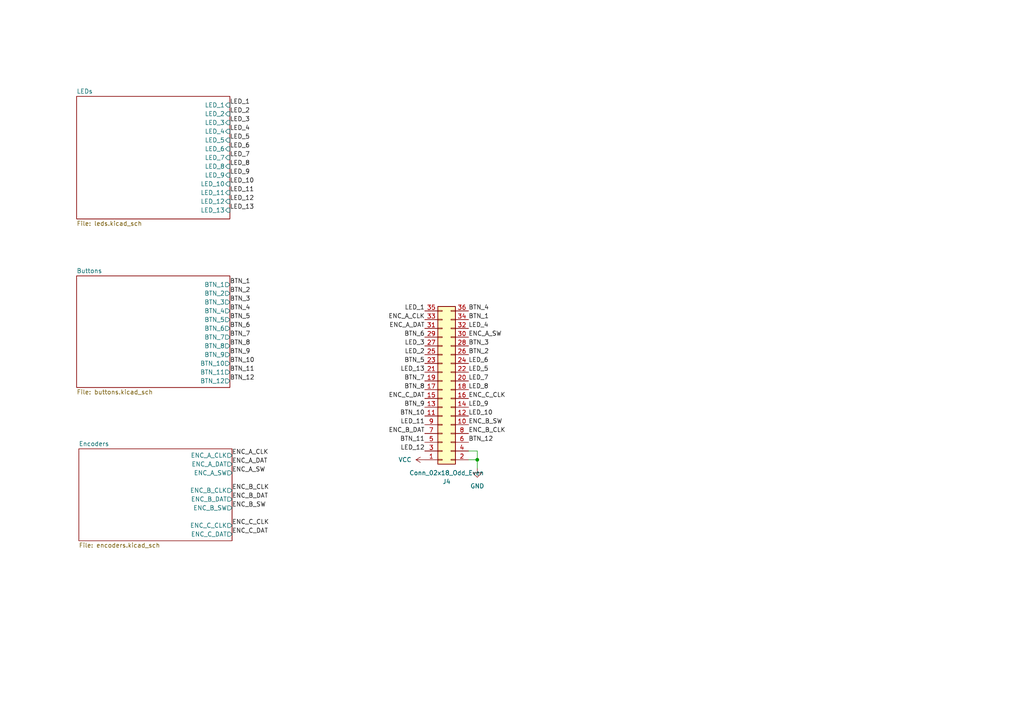
<source format=kicad_sch>
(kicad_sch (version 20250114) (generator "eeschema") (generator_version "9.0")
  (paper "A4")
  (lib_symbols
    (symbol "Connector_Generic:Conn_02x18_Odd_Even" (pin_names (offset 1.016) (hide yes))
      (property "Reference" "J" (at 1.27 22.86 0))
      (property "Value" "Conn_02x18_Odd_Even" (at 1.27 -25.4 0))
      (symbol "Conn_02x18_Odd_Even_1_1"
        (rectangle (start -1.27 21.59) (end 3.81 -24.13) (stroke (width 0.254)) (fill (type background)))
        (rectangle (start -1.27 20.447) (end 0 20.193) (stroke (width 0.1524)))
        (rectangle (start -1.27 17.907) (end 0 17.653) (stroke (width 0.1524)))
        (rectangle (start -1.27 15.367) (end 0 15.113) (stroke (width 0.1524)))
        (rectangle (start -1.27 12.827) (end 0 12.573) (stroke (width 0.1524)))
        (rectangle (start -1.27 10.287) (end 0 10.033) (stroke (width 0.1524)))
        (rectangle (start -1.27 7.747) (end 0 7.493) (stroke (width 0.1524)))
        (rectangle (start -1.27 5.207) (end 0 4.953) (stroke (width 0.1524)))
        (rectangle (start -1.27 2.667) (end 0 2.413) (stroke (width 0.1524)))
        (rectangle (start -1.27 0.127) (end 0 -0.127) (stroke (width 0.1524)))
        (rectangle (start -1.27 -2.413) (end 0 -2.667) (stroke (width 0.1524)))
        (rectangle (start -1.27 -4.953) (end 0 -5.207) (stroke (width 0.1524)))
        (rectangle (start -1.27 -7.493) (end 0 -7.747) (stroke (width 0.1524)))
        (rectangle (start -1.27 -10.033) (end 0 -10.287) (stroke (width 0.1524)))
        (rectangle (start -1.27 -12.573) (end 0 -12.827) (stroke (width 0.1524)))
        (rectangle (start -1.27 -15.113) (end 0 -15.367) (stroke (width 0.1524)))
        (rectangle (start -1.27 -17.653) (end 0 -17.907) (stroke (width 0.1524)))
        (rectangle (start -1.27 -20.193) (end 0 -20.447) (stroke (width 0.1524)))
        (rectangle (start -1.27 -22.733) (end 0 -22.987) (stroke (width 0.1524)))
        (rectangle (start 3.81 20.447) (end 2.54 20.193) (stroke (width 0.1524)))
        (rectangle (start 3.81 17.907) (end 2.54 17.653) (stroke (width 0.1524)))
        (rectangle (start 3.81 15.367) (end 2.54 15.113) (stroke (width 0.1524)))
        (rectangle (start 3.81 12.827) (end 2.54 12.573) (stroke (width 0.1524)))
        (rectangle (start 3.81 10.287) (end 2.54 10.033) (stroke (width 0.1524)))
        (rectangle (start 3.81 7.747) (end 2.54 7.493) (stroke (width 0.1524)))
        (rectangle (start 3.81 5.207) (end 2.54 4.953) (stroke (width 0.1524)))
        (rectangle (start 3.81 2.667) (end 2.54 2.413) (stroke (width 0.1524)))
        (rectangle (start 3.81 0.127) (end 2.54 -0.127) (stroke (width 0.1524)))
        (rectangle (start 3.81 -2.413) (end 2.54 -2.667) (stroke (width 0.1524)))
        (rectangle (start 3.81 -4.953) (end 2.54 -5.207) (stroke (width 0.1524)))
        (rectangle (start 3.81 -7.493) (end 2.54 -7.747) (stroke (width 0.1524)))
        (rectangle (start 3.81 -10.033) (end 2.54 -10.287) (stroke (width 0.1524)))
        (rectangle (start 3.81 -12.573) (end 2.54 -12.827) (stroke (width 0.1524)))
        (rectangle (start 3.81 -15.113) (end 2.54 -15.367) (stroke (width 0.1524)))
        (rectangle (start 3.81 -17.653) (end 2.54 -17.907) (stroke (width 0.1524)))
        (rectangle (start 3.81 -20.193) (end 2.54 -20.447) (stroke (width 0.1524)))
        (rectangle (start 3.81 -22.733) (end 2.54 -22.987) (stroke (width 0.1524)))
        (pin passive line (at -5.08 20.32 0) (length 3.81) (name "Pin_1") (number "1"))
        (pin passive line (at -5.08 17.78 0) (length 3.81) (name "Pin_3") (number "3"))
        (pin passive line (at -5.08 15.24 0) (length 3.81) (name "Pin_5") (number "5"))
        (pin passive line (at -5.08 12.7 0) (length 3.81) (name "Pin_7") (number "7"))
        (pin passive line (at -5.08 10.16 0) (length 3.81) (name "Pin_9") (number "9"))
        (pin passive line (at -5.08 7.62 0) (length 3.81) (name "Pin_11") (number "11"))
        (pin passive line (at -5.08 5.08 0) (length 3.81) (name "Pin_13") (number "13"))
        (pin passive line (at -5.08 2.54 0) (length 3.81) (name "Pin_15") (number "15"))
        (pin passive line (at -5.08 0 0) (length 3.81) (name "Pin_17") (number "17"))
        (pin passive line (at -5.08 -2.54 0) (length 3.81) (name "Pin_19") (number "19"))
        (pin passive line (at -5.08 -5.08 0) (length 3.81) (name "Pin_21") (number "21"))
        (pin passive line (at -5.08 -7.62 0) (length 3.81) (name "Pin_23") (number "23"))
        (pin passive line (at -5.08 -10.16 0) (length 3.81) (name "Pin_25") (number "25"))
        (pin passive line (at -5.08 -12.7 0) (length 3.81) (name "Pin_27") (number "27"))
        (pin passive line (at -5.08 -15.24 0) (length 3.81) (name "Pin_29") (number "29"))
        (pin passive line (at -5.08 -17.78 0) (length 3.81) (name "Pin_31") (number "31"))
        (pin passive line (at -5.08 -20.32 0) (length 3.81) (name "Pin_33") (number "33"))
        (pin passive line (at -5.08 -22.86 0) (length 3.81) (name "Pin_35") (number "35"))
        (pin passive line (at 7.62 20.32 180) (length 3.81) (name "Pin_2") (number "2"))
        (pin passive line (at 7.62 17.78 180) (length 3.81) (name "Pin_4") (number "4"))
        (pin passive line (at 7.62 15.24 180) (length 3.81) (name "Pin_6") (number "6"))
        (pin passive line (at 7.62 12.7 180) (length 3.81) (name "Pin_8") (number "8"))
        (pin passive line (at 7.62 10.16 180) (length 3.81) (name "Pin_10") (number "10"))
        (pin passive line (at 7.62 7.62 180) (length 3.81) (name "Pin_12") (number "12"))
        (pin passive line (at 7.62 5.08 180) (length 3.81) (name "Pin_14") (number "14"))
        (pin passive line (at 7.62 2.54 180) (length 3.81) (name "Pin_16") (number "16"))
        (pin passive line (at 7.62 0 180) (length 3.81) (name "Pin_18") (number "18"))
        (pin passive line (at 7.62 -2.54 180) (length 3.81) (name "Pin_20") (number "20"))
        (pin passive line (at 7.62 -5.08 180) (length 3.81) (name "Pin_22") (number "22"))
        (pin passive line (at 7.62 -7.62 180) (length 3.81) (name "Pin_24") (number "24"))
        (pin passive line (at 7.62 -10.16 180) (length 3.81) (name "Pin_26") (number "26"))
        (pin passive line (at 7.62 -12.7 180) (length 3.81) (name "Pin_28") (number "28"))
        (pin passive line (at 7.62 -15.24 180) (length 3.81) (name "Pin_30") (number "30"))
        (pin passive line (at 7.62 -17.78 180) (length 3.81) (name "Pin_32") (number "32"))
        (pin passive line (at 7.62 -20.32 180) (length 3.81) (name "Pin_34") (number "34"))
        (pin passive line (at 7.62 -22.86 180) (length 3.81) (name "Pin_36") (number "36"))
      )
    )
    (symbol "power:GND" (power) (pin_numbers (hide yes)) (pin_names (offset 0) (hide yes))
      (property "Value" "GND" (at 0 -3.81 0))
      (symbol "GND_0_1"
        (polyline (pts (xy 0 0) (xy 0 -1.27) (xy 1.27 -1.27) (xy 0 -2.54) (xy -1.27 -1.27) (xy 0 -1.27)))
      )
      (symbol "GND_1_1"
        (pin power_in line (at 0 0 270) (length 0) (name "~") (number "1"))
      )
    )
    (symbol "power:VCC" (power) (pin_numbers (hide yes)) (pin_names (offset 0) (hide yes))
      (property "Value" "VCC" (at 0 3.556 0))
      (symbol "VCC_0_1"
        (polyline (pts (xy -0.762 1.27) (xy 0 2.54)))
        (polyline (pts (xy 0 2.54) (xy 0.762 1.27)))
        (polyline (pts (xy 0 0) (xy 0 2.54)))
      )
      (symbol "VCC_1_1"
        (pin power_in line (at 0 0 90) (length 0) (name "~") (number "1"))
      )
    )
  )
  (junction (at 138.43 133.35))
  (wire (pts (xy 138.43 135.89) (xy 138.43 133.35)))
  (wire (pts (xy 138.43 130.81) (xy 135.89 130.81)))
  (wire (pts (xy 138.43 133.35) (xy 138.43 130.81)))
  (wire (pts (xy 135.89 133.35) (xy 138.43 133.35)))
  (label "LED_6" (at 66.675 43.18 0))
  (label "LED_11" (at 123.19 123.19 180))
  (label "LED_9" (at 135.89 118.11 0))
  (label "LED_1" (at 123.19 90.17 180))
  (label "ENC_B_SW" (at 67.31 147.32 0))
  (label "LED_1" (at 66.675 30.48 0))
  (label "ENC_B_DAT" (at 123.19 125.73 180))
  (label "BTN_5" (at 123.19 105.41 180))
  (label "LED_4" (at 66.675 38.1 0))
  (label "ENC_A_DAT" (at 123.19 95.25 180))
  (label "BTN_7" (at 123.19 110.49 180))
  (label "ENC_C_DAT" (at 67.31 154.94 0))
  (label "BTN_6" (at 66.675 95.25 0))
  (label "LED_5" (at 135.89 107.95 0))
  (label "BTN_6" (at 123.19 97.79 180))
  (label "BTN_5" (at 66.675 92.71 0))
  (label "LED_8" (at 66.675 48.26 0))
  (label "LED_13" (at 123.19 107.95 180))
  (label "ENC_B_SW" (at 135.89 123.19 0))
  (label "LED_5" (at 66.675 40.64 0))
  (label "ENC_A_SW" (at 135.89 97.79 0))
  (label "BTN_7" (at 66.675 97.79 0))
  (label "BTN_9" (at 123.19 118.11 180))
  (label "ENC_C_CLK" (at 135.89 115.57 0))
  (label "LED_3" (at 123.19 100.33 180))
  (label "ENC_C_CLK" (at 67.31 152.4 0))
  (label "BTN_3" (at 66.675 87.63 0))
  (label "BTN_12" (at 66.675 110.49 0))
  (label "LED_8" (at 135.89 113.03 0))
  (label "BTN_4" (at 66.675 90.17 0))
  (label "BTN_11" (at 123.19 128.27 180))
  (label "BTN_9" (at 66.675 102.87 0))
  (label "BTN_11" (at 66.675 107.95 0))
  (label "LED_3" (at 66.675 35.56 0))
  (label "ENC_A_SW" (at 67.31 137.16 0))
  (label "ENC_C_DAT" (at 123.19 115.57 180))
  (label "ENC_B_CLK" (at 67.31 142.24 0))
  (label "BTN_1" (at 66.675 82.55 0))
  (label "LED_7" (at 66.675 45.72 0))
  (label "ENC_B_CLK" (at 135.89 125.73 0))
  (label "ENC_A_CLK" (at 67.31 132.08 0))
  (label "LED_10" (at 135.89 120.65 0))
  (label "BTN_12" (at 135.89 128.27 0))
  (label "BTN_8" (at 123.19 113.03 180))
  (label "BTN_1" (at 135.89 92.71 0))
  (label "ENC_B_DAT" (at 67.31 144.78 0))
  (label "LED_12" (at 123.19 130.81 180))
  (label "LED_4" (at 135.89 95.25 0))
  (label "ENC_A_DAT" (at 67.31 134.62 0))
  (label "BTN_2" (at 135.89 102.87 0))
  (label "BTN_8" (at 66.675 100.33 0))
  (label "LED_2" (at 123.19 102.87 180))
  (label "BTN_10" (at 123.19 120.65 180))
  (label "BTN_2" (at 66.675 85.09 0))
  (label "LED_13" (at 66.675 60.96 0))
  (label "ENC_A_CLK" (at 123.19 92.71 180))
  (label "LED_12" (at 66.675 58.42 0))
  (label "LED_6" (at 135.89 105.41 0))
  (label "LED_10" (at 66.675 53.34 0))
  (label "LED_11" (at 66.675 55.88 0))
  (label "LED_7" (at 135.89 110.49 0))
  (label "BTN_3" (at 135.89 100.33 0))
  (label "LED_2" (at 66.675 33.02 0))
  (label "LED_9" (at 66.675 50.8 0))
  (label "BTN_4" (at 135.89 90.17 0))
  (label "BTN_10" (at 66.675 105.41 0))
  (symbol (lib_id "power:VCC") (at 123.19 133.35 90) (unit 1)
    (property "Reference" "#PWR090" (effects (hide yes)))
    (property "Value" "VCC" (at 119.38 133.3499 90) (effects (justify left)))
    (property "Description" "Power symbol creates a global label with name \"VCC\"" (effects (hide yes)))
  )
  (symbol (lib_id "Connector_Generic:Conn_02x18_Odd_Even") (at 128.27 113.03 0) (mirror x) (unit 1)
    (property "Reference" "J4" (at 129.54 139.7 0))
    (property "Value" "Conn_02x18_Odd_Even" (at 129.54 137.16 0))
    (property "Footprint" "footprints:CONN36_901301436_MOL" (effects (hide yes)))
    (property "Description" "Generic connector, double row, 02x18, odd/even pin numbering scheme (row 1 odd numbers, row 2 even numbers), script generated (kicad-library-utils/schlib/autogen/connector/)" (effects (hide yes)))
  )
  (symbol (lib_id "power:GND") (at 138.43 135.89 0) (unit 1)
    (property "Reference" "#PWR089" (effects (hide yes)))
    (property "Value" "GND" (at 138.43 140.97 0))
    (property "Description" "Power symbol creates a global label with name \"GND\" , ground" (effects (hide yes)))
  )
  (sheet (at 22.86 130.175) (size 44.45 26.67) (stroke (width 0.1524))
    (property "Sheetname" "Encoders" (at 22.86 129.4634 0) (effects (justify left bottom)))
    (property "Sheetfile" "encoders.kicad_sch" (at 22.86 157.4296 0) (effects (justify left top)))
    (pin "ENC_A_CLK" output (at 67.31 132.08 0))
    (pin "ENC_A_DAT" output (at 67.31 134.62 0))
    (pin "ENC_A_SW" output (at 67.31 137.16 0))
    (pin "ENC_B_CLK" output (at 67.31 142.24 0))
    (pin "ENC_B_DAT" output (at 67.31 144.78 0))
    (pin "ENC_B_SW" output (at 67.31 147.32 0))
    (pin "ENC_C_CLK" output (at 67.31 152.4 0))
    (pin "ENC_C_DAT" output (at 67.31 154.94 0))
  )
  (sheet (at 22.225 80.01) (size 44.45 32.385) (stroke (width 0.1524))
    (property "Sheetname" "Buttons" (at 22.225 79.2984 0) (effects (justify left bottom)))
    (property "Sheetfile" "buttons.kicad_sch" (at 22.225 112.9796 0) (effects (justify left top)))
    (pin "BTN_1" output (at 66.675 82.55 0))
    (pin "BTN_2" output (at 66.675 85.09 0))
    (pin "BTN_3" output (at 66.675 87.63 0))
    (pin "BTN_4" output (at 66.675 90.17 0))
    (pin "BTN_5" output (at 66.675 92.71 0))
    (pin "BTN_6" output (at 66.675 95.25 0))
    (pin "BTN_7" output (at 66.675 97.79 0))
    (pin "BTN_8" output (at 66.675 100.33 0))
    (pin "BTN_9" output (at 66.675 102.87 0))
    (pin "BTN_10" output (at 66.675 105.41 0))
    (pin "BTN_11" output (at 66.675 107.95 0))
    (pin "BTN_12" output (at 66.675 110.49 0))
  )
  (sheet (at 22.225 27.94) (size 44.45 35.56) (stroke (width 0.1524))
    (property "Sheetname" "LEDs" (at 22.225 27.2284 0) (effects (justify left bottom)))
    (property "Sheetfile" "leds.kicad_sch" (at 22.225 64.0846 0) (effects (justify left top)))
    (pin "LED_1" input (at 66.675 30.48 0))
    (pin "LED_2" input (at 66.675 33.02 0))
    (pin "LED_3" input (at 66.675 35.56 0))
    (pin "LED_4" input (at 66.675 38.1 0))
    (pin "LED_5" input (at 66.675 40.64 0))
    (pin "LED_6" input (at 66.675 43.18 0))
    (pin "LED_7" input (at 66.675 45.72 0))
    (pin "LED_8" input (at 66.675 48.26 0))
    (pin "LED_9" input (at 66.675 50.8 0))
    (pin "LED_10" input (at 66.675 53.34 0))
    (pin "LED_11" input (at 66.675 55.88 0))
    (pin "LED_12" input (at 66.675 58.42 0))
    (pin "LED_13" input (at 66.675 60.96 0))
  )
)
</source>
